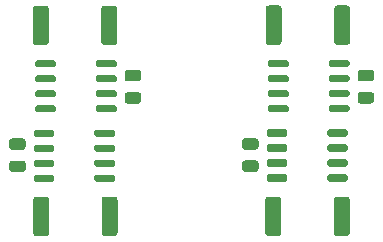
<source format=gbr>
%TF.GenerationSoftware,KiCad,Pcbnew,(5.1.6)-1*%
%TF.CreationDate,2020-06-17T01:07:27+01:00*%
%TF.ProjectId,I_sense_pcb,495f7365-6e73-4655-9f70-63622e6b6963,rev?*%
%TF.SameCoordinates,Original*%
%TF.FileFunction,Paste,Top*%
%TF.FilePolarity,Positive*%
%FSLAX46Y46*%
G04 Gerber Fmt 4.6, Leading zero omitted, Abs format (unit mm)*
G04 Created by KiCad (PCBNEW (5.1.6)-1) date 2020-06-17 01:07:27*
%MOMM*%
%LPD*%
G01*
G04 APERTURE LIST*
G04 APERTURE END LIST*
%TO.C,U4*%
G36*
G01*
X146600200Y-74330399D02*
X146600200Y-74630399D01*
G75*
G02*
X146450200Y-74780399I-150000J0D01*
G01*
X145000200Y-74780399D01*
G75*
G02*
X144850200Y-74630399I0J150000D01*
G01*
X144850200Y-74330399D01*
G75*
G02*
X145000200Y-74180399I150000J0D01*
G01*
X146450200Y-74180399D01*
G75*
G02*
X146600200Y-74330399I0J-150000D01*
G01*
G37*
G36*
G01*
X146600200Y-73060399D02*
X146600200Y-73360399D01*
G75*
G02*
X146450200Y-73510399I-150000J0D01*
G01*
X145000200Y-73510399D01*
G75*
G02*
X144850200Y-73360399I0J150000D01*
G01*
X144850200Y-73060399D01*
G75*
G02*
X145000200Y-72910399I150000J0D01*
G01*
X146450200Y-72910399D01*
G75*
G02*
X146600200Y-73060399I0J-150000D01*
G01*
G37*
G36*
G01*
X146600200Y-71790399D02*
X146600200Y-72090399D01*
G75*
G02*
X146450200Y-72240399I-150000J0D01*
G01*
X145000200Y-72240399D01*
G75*
G02*
X144850200Y-72090399I0J150000D01*
G01*
X144850200Y-71790399D01*
G75*
G02*
X145000200Y-71640399I150000J0D01*
G01*
X146450200Y-71640399D01*
G75*
G02*
X146600200Y-71790399I0J-150000D01*
G01*
G37*
G36*
G01*
X146600200Y-70520399D02*
X146600200Y-70820399D01*
G75*
G02*
X146450200Y-70970399I-150000J0D01*
G01*
X145000200Y-70970399D01*
G75*
G02*
X144850200Y-70820399I0J150000D01*
G01*
X144850200Y-70520399D01*
G75*
G02*
X145000200Y-70370399I150000J0D01*
G01*
X146450200Y-70370399D01*
G75*
G02*
X146600200Y-70520399I0J-150000D01*
G01*
G37*
G36*
G01*
X151750200Y-70520399D02*
X151750200Y-70820399D01*
G75*
G02*
X151600200Y-70970399I-150000J0D01*
G01*
X150150200Y-70970399D01*
G75*
G02*
X150000200Y-70820399I0J150000D01*
G01*
X150000200Y-70520399D01*
G75*
G02*
X150150200Y-70370399I150000J0D01*
G01*
X151600200Y-70370399D01*
G75*
G02*
X151750200Y-70520399I0J-150000D01*
G01*
G37*
G36*
G01*
X151750200Y-71790399D02*
X151750200Y-72090399D01*
G75*
G02*
X151600200Y-72240399I-150000J0D01*
G01*
X150150200Y-72240399D01*
G75*
G02*
X150000200Y-72090399I0J150000D01*
G01*
X150000200Y-71790399D01*
G75*
G02*
X150150200Y-71640399I150000J0D01*
G01*
X151600200Y-71640399D01*
G75*
G02*
X151750200Y-71790399I0J-150000D01*
G01*
G37*
G36*
G01*
X151750200Y-73060399D02*
X151750200Y-73360399D01*
G75*
G02*
X151600200Y-73510399I-150000J0D01*
G01*
X150150200Y-73510399D01*
G75*
G02*
X150000200Y-73360399I0J150000D01*
G01*
X150000200Y-73060399D01*
G75*
G02*
X150150200Y-72910399I150000J0D01*
G01*
X151600200Y-72910399D01*
G75*
G02*
X151750200Y-73060399I0J-150000D01*
G01*
G37*
G36*
G01*
X151750200Y-74330399D02*
X151750200Y-74630399D01*
G75*
G02*
X151600200Y-74780399I-150000J0D01*
G01*
X150150200Y-74780399D01*
G75*
G02*
X150000200Y-74630399I0J150000D01*
G01*
X150000200Y-74330399D01*
G75*
G02*
X150150200Y-74180399I150000J0D01*
G01*
X151600200Y-74180399D01*
G75*
G02*
X151750200Y-74330399I0J-150000D01*
G01*
G37*
%TD*%
%TO.C,C4*%
G36*
G01*
X143929250Y-73965500D02*
X143016750Y-73965500D01*
G75*
G02*
X142773000Y-73721750I0J243750D01*
G01*
X142773000Y-73234250D01*
G75*
G02*
X143016750Y-72990500I243750J0D01*
G01*
X143929250Y-72990500D01*
G75*
G02*
X144173000Y-73234250I0J-243750D01*
G01*
X144173000Y-73721750D01*
G75*
G02*
X143929250Y-73965500I-243750J0D01*
G01*
G37*
G36*
G01*
X143929250Y-72090500D02*
X143016750Y-72090500D01*
G75*
G02*
X142773000Y-71846750I0J243750D01*
G01*
X142773000Y-71359250D01*
G75*
G02*
X143016750Y-71115500I243750J0D01*
G01*
X143929250Y-71115500D01*
G75*
G02*
X144173000Y-71359250I0J-243750D01*
G01*
X144173000Y-71846750D01*
G75*
G02*
X143929250Y-72090500I-243750J0D01*
G01*
G37*
%TD*%
%TO.C,R4*%
G36*
G01*
X150539000Y-79149401D02*
X150539000Y-76299399D01*
G75*
G02*
X150788999Y-76049400I249999J0D01*
G01*
X151639001Y-76049400D01*
G75*
G02*
X151889000Y-76299399I0J-249999D01*
G01*
X151889000Y-79149401D01*
G75*
G02*
X151639001Y-79399400I-249999J0D01*
G01*
X150788999Y-79399400D01*
G75*
G02*
X150539000Y-79149401I0J249999D01*
G01*
G37*
G36*
G01*
X144739000Y-79149401D02*
X144739000Y-76299399D01*
G75*
G02*
X144988999Y-76049400I249999J0D01*
G01*
X145839001Y-76049400D01*
G75*
G02*
X146089000Y-76299399I0J-249999D01*
G01*
X146089000Y-79149401D01*
G75*
G02*
X145839001Y-79399400I-249999J0D01*
G01*
X144988999Y-79399400D01*
G75*
G02*
X144739000Y-79149401I0J249999D01*
G01*
G37*
%TD*%
%TO.C,R3*%
G36*
G01*
X146124800Y-60119599D02*
X146124800Y-62969601D01*
G75*
G02*
X145874801Y-63219600I-249999J0D01*
G01*
X145024799Y-63219600D01*
G75*
G02*
X144774800Y-62969601I0J249999D01*
G01*
X144774800Y-60119599D01*
G75*
G02*
X145024799Y-59869600I249999J0D01*
G01*
X145874801Y-59869600D01*
G75*
G02*
X146124800Y-60119599I0J-249999D01*
G01*
G37*
G36*
G01*
X151924800Y-60119599D02*
X151924800Y-62969601D01*
G75*
G02*
X151674801Y-63219600I-249999J0D01*
G01*
X150824799Y-63219600D01*
G75*
G02*
X150574800Y-62969601I0J249999D01*
G01*
X150574800Y-60119599D01*
G75*
G02*
X150824799Y-59869600I249999J0D01*
G01*
X151674801Y-59869600D01*
G75*
G02*
X151924800Y-60119599I0J-249999D01*
G01*
G37*
%TD*%
%TO.C,U3*%
G36*
G01*
X150124800Y-64938601D02*
X150124800Y-64638601D01*
G75*
G02*
X150274800Y-64488601I150000J0D01*
G01*
X151724800Y-64488601D01*
G75*
G02*
X151874800Y-64638601I0J-150000D01*
G01*
X151874800Y-64938601D01*
G75*
G02*
X151724800Y-65088601I-150000J0D01*
G01*
X150274800Y-65088601D01*
G75*
G02*
X150124800Y-64938601I0J150000D01*
G01*
G37*
G36*
G01*
X150124800Y-66208601D02*
X150124800Y-65908601D01*
G75*
G02*
X150274800Y-65758601I150000J0D01*
G01*
X151724800Y-65758601D01*
G75*
G02*
X151874800Y-65908601I0J-150000D01*
G01*
X151874800Y-66208601D01*
G75*
G02*
X151724800Y-66358601I-150000J0D01*
G01*
X150274800Y-66358601D01*
G75*
G02*
X150124800Y-66208601I0J150000D01*
G01*
G37*
G36*
G01*
X150124800Y-67478601D02*
X150124800Y-67178601D01*
G75*
G02*
X150274800Y-67028601I150000J0D01*
G01*
X151724800Y-67028601D01*
G75*
G02*
X151874800Y-67178601I0J-150000D01*
G01*
X151874800Y-67478601D01*
G75*
G02*
X151724800Y-67628601I-150000J0D01*
G01*
X150274800Y-67628601D01*
G75*
G02*
X150124800Y-67478601I0J150000D01*
G01*
G37*
G36*
G01*
X150124800Y-68748601D02*
X150124800Y-68448601D01*
G75*
G02*
X150274800Y-68298601I150000J0D01*
G01*
X151724800Y-68298601D01*
G75*
G02*
X151874800Y-68448601I0J-150000D01*
G01*
X151874800Y-68748601D01*
G75*
G02*
X151724800Y-68898601I-150000J0D01*
G01*
X150274800Y-68898601D01*
G75*
G02*
X150124800Y-68748601I0J150000D01*
G01*
G37*
G36*
G01*
X144974800Y-68748601D02*
X144974800Y-68448601D01*
G75*
G02*
X145124800Y-68298601I150000J0D01*
G01*
X146574800Y-68298601D01*
G75*
G02*
X146724800Y-68448601I0J-150000D01*
G01*
X146724800Y-68748601D01*
G75*
G02*
X146574800Y-68898601I-150000J0D01*
G01*
X145124800Y-68898601D01*
G75*
G02*
X144974800Y-68748601I0J150000D01*
G01*
G37*
G36*
G01*
X144974800Y-67478601D02*
X144974800Y-67178601D01*
G75*
G02*
X145124800Y-67028601I150000J0D01*
G01*
X146574800Y-67028601D01*
G75*
G02*
X146724800Y-67178601I0J-150000D01*
G01*
X146724800Y-67478601D01*
G75*
G02*
X146574800Y-67628601I-150000J0D01*
G01*
X145124800Y-67628601D01*
G75*
G02*
X144974800Y-67478601I0J150000D01*
G01*
G37*
G36*
G01*
X144974800Y-66208601D02*
X144974800Y-65908601D01*
G75*
G02*
X145124800Y-65758601I150000J0D01*
G01*
X146574800Y-65758601D01*
G75*
G02*
X146724800Y-65908601I0J-150000D01*
G01*
X146724800Y-66208601D01*
G75*
G02*
X146574800Y-66358601I-150000J0D01*
G01*
X145124800Y-66358601D01*
G75*
G02*
X144974800Y-66208601I0J150000D01*
G01*
G37*
G36*
G01*
X144974800Y-64938601D02*
X144974800Y-64638601D01*
G75*
G02*
X145124800Y-64488601I150000J0D01*
G01*
X146574800Y-64488601D01*
G75*
G02*
X146724800Y-64638601I0J-150000D01*
G01*
X146724800Y-64938601D01*
G75*
G02*
X146574800Y-65088601I-150000J0D01*
G01*
X145124800Y-65088601D01*
G75*
G02*
X144974800Y-64938601I0J150000D01*
G01*
G37*
%TD*%
%TO.C,C3*%
G36*
G01*
X152795750Y-67199300D02*
X153708250Y-67199300D01*
G75*
G02*
X153952000Y-67443050I0J-243750D01*
G01*
X153952000Y-67930550D01*
G75*
G02*
X153708250Y-68174300I-243750J0D01*
G01*
X152795750Y-68174300D01*
G75*
G02*
X152552000Y-67930550I0J243750D01*
G01*
X152552000Y-67443050D01*
G75*
G02*
X152795750Y-67199300I243750J0D01*
G01*
G37*
G36*
G01*
X152795750Y-65324300D02*
X153708250Y-65324300D01*
G75*
G02*
X153952000Y-65568050I0J-243750D01*
G01*
X153952000Y-66055550D01*
G75*
G02*
X153708250Y-66299300I-243750J0D01*
G01*
X152795750Y-66299300D01*
G75*
G02*
X152552000Y-66055550I0J243750D01*
G01*
X152552000Y-65568050D01*
G75*
G02*
X152795750Y-65324300I243750J0D01*
G01*
G37*
%TD*%
%TO.C,C2*%
G36*
G01*
X133073750Y-65332300D02*
X133986250Y-65332300D01*
G75*
G02*
X134230000Y-65576050I0J-243750D01*
G01*
X134230000Y-66063550D01*
G75*
G02*
X133986250Y-66307300I-243750J0D01*
G01*
X133073750Y-66307300D01*
G75*
G02*
X132830000Y-66063550I0J243750D01*
G01*
X132830000Y-65576050D01*
G75*
G02*
X133073750Y-65332300I243750J0D01*
G01*
G37*
G36*
G01*
X133073750Y-67207300D02*
X133986250Y-67207300D01*
G75*
G02*
X134230000Y-67451050I0J-243750D01*
G01*
X134230000Y-67938550D01*
G75*
G02*
X133986250Y-68182300I-243750J0D01*
G01*
X133073750Y-68182300D01*
G75*
G02*
X132830000Y-67938550I0J243750D01*
G01*
X132830000Y-67451050D01*
G75*
G02*
X133073750Y-67207300I243750J0D01*
G01*
G37*
%TD*%
%TO.C,U2*%
G36*
G01*
X125252800Y-64946601D02*
X125252800Y-64646601D01*
G75*
G02*
X125402800Y-64496601I150000J0D01*
G01*
X126852800Y-64496601D01*
G75*
G02*
X127002800Y-64646601I0J-150000D01*
G01*
X127002800Y-64946601D01*
G75*
G02*
X126852800Y-65096601I-150000J0D01*
G01*
X125402800Y-65096601D01*
G75*
G02*
X125252800Y-64946601I0J150000D01*
G01*
G37*
G36*
G01*
X125252800Y-66216601D02*
X125252800Y-65916601D01*
G75*
G02*
X125402800Y-65766601I150000J0D01*
G01*
X126852800Y-65766601D01*
G75*
G02*
X127002800Y-65916601I0J-150000D01*
G01*
X127002800Y-66216601D01*
G75*
G02*
X126852800Y-66366601I-150000J0D01*
G01*
X125402800Y-66366601D01*
G75*
G02*
X125252800Y-66216601I0J150000D01*
G01*
G37*
G36*
G01*
X125252800Y-67486601D02*
X125252800Y-67186601D01*
G75*
G02*
X125402800Y-67036601I150000J0D01*
G01*
X126852800Y-67036601D01*
G75*
G02*
X127002800Y-67186601I0J-150000D01*
G01*
X127002800Y-67486601D01*
G75*
G02*
X126852800Y-67636601I-150000J0D01*
G01*
X125402800Y-67636601D01*
G75*
G02*
X125252800Y-67486601I0J150000D01*
G01*
G37*
G36*
G01*
X125252800Y-68756601D02*
X125252800Y-68456601D01*
G75*
G02*
X125402800Y-68306601I150000J0D01*
G01*
X126852800Y-68306601D01*
G75*
G02*
X127002800Y-68456601I0J-150000D01*
G01*
X127002800Y-68756601D01*
G75*
G02*
X126852800Y-68906601I-150000J0D01*
G01*
X125402800Y-68906601D01*
G75*
G02*
X125252800Y-68756601I0J150000D01*
G01*
G37*
G36*
G01*
X130402800Y-68756601D02*
X130402800Y-68456601D01*
G75*
G02*
X130552800Y-68306601I150000J0D01*
G01*
X132002800Y-68306601D01*
G75*
G02*
X132152800Y-68456601I0J-150000D01*
G01*
X132152800Y-68756601D01*
G75*
G02*
X132002800Y-68906601I-150000J0D01*
G01*
X130552800Y-68906601D01*
G75*
G02*
X130402800Y-68756601I0J150000D01*
G01*
G37*
G36*
G01*
X130402800Y-67486601D02*
X130402800Y-67186601D01*
G75*
G02*
X130552800Y-67036601I150000J0D01*
G01*
X132002800Y-67036601D01*
G75*
G02*
X132152800Y-67186601I0J-150000D01*
G01*
X132152800Y-67486601D01*
G75*
G02*
X132002800Y-67636601I-150000J0D01*
G01*
X130552800Y-67636601D01*
G75*
G02*
X130402800Y-67486601I0J150000D01*
G01*
G37*
G36*
G01*
X130402800Y-66216601D02*
X130402800Y-65916601D01*
G75*
G02*
X130552800Y-65766601I150000J0D01*
G01*
X132002800Y-65766601D01*
G75*
G02*
X132152800Y-65916601I0J-150000D01*
G01*
X132152800Y-66216601D01*
G75*
G02*
X132002800Y-66366601I-150000J0D01*
G01*
X130552800Y-66366601D01*
G75*
G02*
X130402800Y-66216601I0J150000D01*
G01*
G37*
G36*
G01*
X130402800Y-64946601D02*
X130402800Y-64646601D01*
G75*
G02*
X130552800Y-64496601I150000J0D01*
G01*
X132002800Y-64496601D01*
G75*
G02*
X132152800Y-64646601I0J-150000D01*
G01*
X132152800Y-64946601D01*
G75*
G02*
X132002800Y-65096601I-150000J0D01*
G01*
X130552800Y-65096601D01*
G75*
G02*
X130402800Y-64946601I0J150000D01*
G01*
G37*
%TD*%
%TO.C,R2*%
G36*
G01*
X132202800Y-60127599D02*
X132202800Y-62977601D01*
G75*
G02*
X131952801Y-63227600I-249999J0D01*
G01*
X131102799Y-63227600D01*
G75*
G02*
X130852800Y-62977601I0J249999D01*
G01*
X130852800Y-60127599D01*
G75*
G02*
X131102799Y-59877600I249999J0D01*
G01*
X131952801Y-59877600D01*
G75*
G02*
X132202800Y-60127599I0J-249999D01*
G01*
G37*
G36*
G01*
X126402800Y-60127599D02*
X126402800Y-62977601D01*
G75*
G02*
X126152801Y-63227600I-249999J0D01*
G01*
X125302799Y-63227600D01*
G75*
G02*
X125052800Y-62977601I0J249999D01*
G01*
X125052800Y-60127599D01*
G75*
G02*
X125302799Y-59877600I249999J0D01*
G01*
X126152801Y-59877600D01*
G75*
G02*
X126402800Y-60127599I0J-249999D01*
G01*
G37*
%TD*%
%TO.C,R1*%
G36*
G01*
X125078200Y-79157401D02*
X125078200Y-76307399D01*
G75*
G02*
X125328199Y-76057400I249999J0D01*
G01*
X126178201Y-76057400D01*
G75*
G02*
X126428200Y-76307399I0J-249999D01*
G01*
X126428200Y-79157401D01*
G75*
G02*
X126178201Y-79407400I-249999J0D01*
G01*
X125328199Y-79407400D01*
G75*
G02*
X125078200Y-79157401I0J249999D01*
G01*
G37*
G36*
G01*
X130878200Y-79157401D02*
X130878200Y-76307399D01*
G75*
G02*
X131128199Y-76057400I249999J0D01*
G01*
X131978201Y-76057400D01*
G75*
G02*
X132228200Y-76307399I0J-249999D01*
G01*
X132228200Y-79157401D01*
G75*
G02*
X131978201Y-79407400I-249999J0D01*
G01*
X131128199Y-79407400D01*
G75*
G02*
X130878200Y-79157401I0J249999D01*
G01*
G37*
%TD*%
%TO.C,C1*%
G36*
G01*
X124207250Y-72098500D02*
X123294750Y-72098500D01*
G75*
G02*
X123051000Y-71854750I0J243750D01*
G01*
X123051000Y-71367250D01*
G75*
G02*
X123294750Y-71123500I243750J0D01*
G01*
X124207250Y-71123500D01*
G75*
G02*
X124451000Y-71367250I0J-243750D01*
G01*
X124451000Y-71854750D01*
G75*
G02*
X124207250Y-72098500I-243750J0D01*
G01*
G37*
G36*
G01*
X124207250Y-73973500D02*
X123294750Y-73973500D01*
G75*
G02*
X123051000Y-73729750I0J243750D01*
G01*
X123051000Y-73242250D01*
G75*
G02*
X123294750Y-72998500I243750J0D01*
G01*
X124207250Y-72998500D01*
G75*
G02*
X124451000Y-73242250I0J-243750D01*
G01*
X124451000Y-73729750D01*
G75*
G02*
X124207250Y-73973500I-243750J0D01*
G01*
G37*
%TD*%
%TO.C,U1*%
G36*
G01*
X132028200Y-74338399D02*
X132028200Y-74638399D01*
G75*
G02*
X131878200Y-74788399I-150000J0D01*
G01*
X130428200Y-74788399D01*
G75*
G02*
X130278200Y-74638399I0J150000D01*
G01*
X130278200Y-74338399D01*
G75*
G02*
X130428200Y-74188399I150000J0D01*
G01*
X131878200Y-74188399D01*
G75*
G02*
X132028200Y-74338399I0J-150000D01*
G01*
G37*
G36*
G01*
X132028200Y-73068399D02*
X132028200Y-73368399D01*
G75*
G02*
X131878200Y-73518399I-150000J0D01*
G01*
X130428200Y-73518399D01*
G75*
G02*
X130278200Y-73368399I0J150000D01*
G01*
X130278200Y-73068399D01*
G75*
G02*
X130428200Y-72918399I150000J0D01*
G01*
X131878200Y-72918399D01*
G75*
G02*
X132028200Y-73068399I0J-150000D01*
G01*
G37*
G36*
G01*
X132028200Y-71798399D02*
X132028200Y-72098399D01*
G75*
G02*
X131878200Y-72248399I-150000J0D01*
G01*
X130428200Y-72248399D01*
G75*
G02*
X130278200Y-72098399I0J150000D01*
G01*
X130278200Y-71798399D01*
G75*
G02*
X130428200Y-71648399I150000J0D01*
G01*
X131878200Y-71648399D01*
G75*
G02*
X132028200Y-71798399I0J-150000D01*
G01*
G37*
G36*
G01*
X132028200Y-70528399D02*
X132028200Y-70828399D01*
G75*
G02*
X131878200Y-70978399I-150000J0D01*
G01*
X130428200Y-70978399D01*
G75*
G02*
X130278200Y-70828399I0J150000D01*
G01*
X130278200Y-70528399D01*
G75*
G02*
X130428200Y-70378399I150000J0D01*
G01*
X131878200Y-70378399D01*
G75*
G02*
X132028200Y-70528399I0J-150000D01*
G01*
G37*
G36*
G01*
X126878200Y-70528399D02*
X126878200Y-70828399D01*
G75*
G02*
X126728200Y-70978399I-150000J0D01*
G01*
X125278200Y-70978399D01*
G75*
G02*
X125128200Y-70828399I0J150000D01*
G01*
X125128200Y-70528399D01*
G75*
G02*
X125278200Y-70378399I150000J0D01*
G01*
X126728200Y-70378399D01*
G75*
G02*
X126878200Y-70528399I0J-150000D01*
G01*
G37*
G36*
G01*
X126878200Y-71798399D02*
X126878200Y-72098399D01*
G75*
G02*
X126728200Y-72248399I-150000J0D01*
G01*
X125278200Y-72248399D01*
G75*
G02*
X125128200Y-72098399I0J150000D01*
G01*
X125128200Y-71798399D01*
G75*
G02*
X125278200Y-71648399I150000J0D01*
G01*
X126728200Y-71648399D01*
G75*
G02*
X126878200Y-71798399I0J-150000D01*
G01*
G37*
G36*
G01*
X126878200Y-73068399D02*
X126878200Y-73368399D01*
G75*
G02*
X126728200Y-73518399I-150000J0D01*
G01*
X125278200Y-73518399D01*
G75*
G02*
X125128200Y-73368399I0J150000D01*
G01*
X125128200Y-73068399D01*
G75*
G02*
X125278200Y-72918399I150000J0D01*
G01*
X126728200Y-72918399D01*
G75*
G02*
X126878200Y-73068399I0J-150000D01*
G01*
G37*
G36*
G01*
X126878200Y-74338399D02*
X126878200Y-74638399D01*
G75*
G02*
X126728200Y-74788399I-150000J0D01*
G01*
X125278200Y-74788399D01*
G75*
G02*
X125128200Y-74638399I0J150000D01*
G01*
X125128200Y-74338399D01*
G75*
G02*
X125278200Y-74188399I150000J0D01*
G01*
X126728200Y-74188399D01*
G75*
G02*
X126878200Y-74338399I0J-150000D01*
G01*
G37*
%TD*%
M02*

</source>
